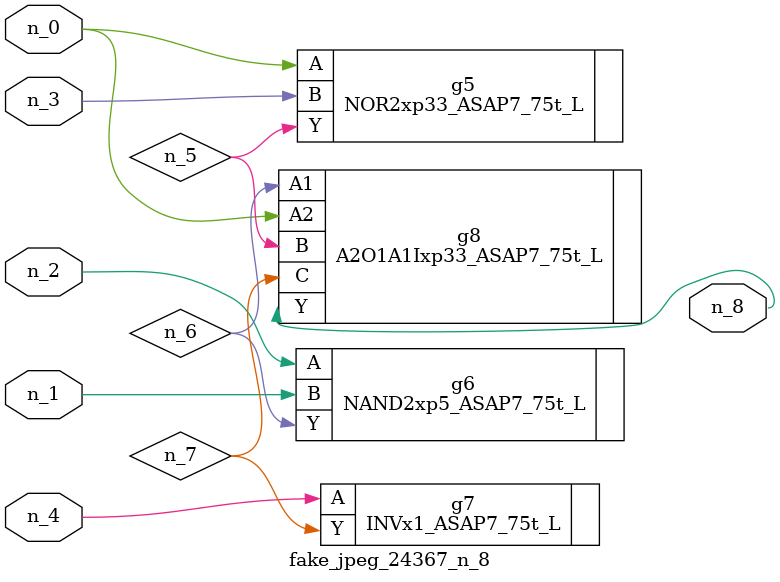
<source format=v>
module fake_jpeg_24367_n_8 (n_3, n_2, n_1, n_0, n_4, n_8);

input n_3;
input n_2;
input n_1;
input n_0;
input n_4;

output n_8;

wire n_6;
wire n_5;
wire n_7;

NOR2xp33_ASAP7_75t_L g5 ( 
.A(n_0),
.B(n_3),
.Y(n_5)
);

NAND2xp5_ASAP7_75t_L g6 ( 
.A(n_2),
.B(n_1),
.Y(n_6)
);

INVx1_ASAP7_75t_L g7 ( 
.A(n_4),
.Y(n_7)
);

A2O1A1Ixp33_ASAP7_75t_L g8 ( 
.A1(n_6),
.A2(n_0),
.B(n_5),
.C(n_7),
.Y(n_8)
);


endmodule
</source>
